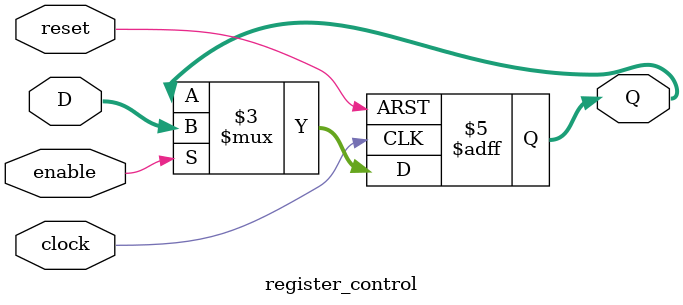
<source format=v>
module register_control
    (
	 //Entradas
        input clock,reset,enable,
        input [3:0]D,
	//Salidas
        output reg [3:0]Q
    );

	 //Se activa solamente en un flanco de subida del reloj o del reset
always @(posedge clock, posedge reset ) 
    begin
	 //Si se resetea, el registro toma el valor de 0
        if (reset) 
            Q <= 0;
	//Si se activo y no hay reset
        else
		  //Si esta apretado el boton, en este caso utilizamos el de control, el registro de control_top toma el valor deseado
            if (enable)
                Q <= D;
			//Sino, se queda igual
            else
                Q <= Q;        
    end
endmodule
</source>
